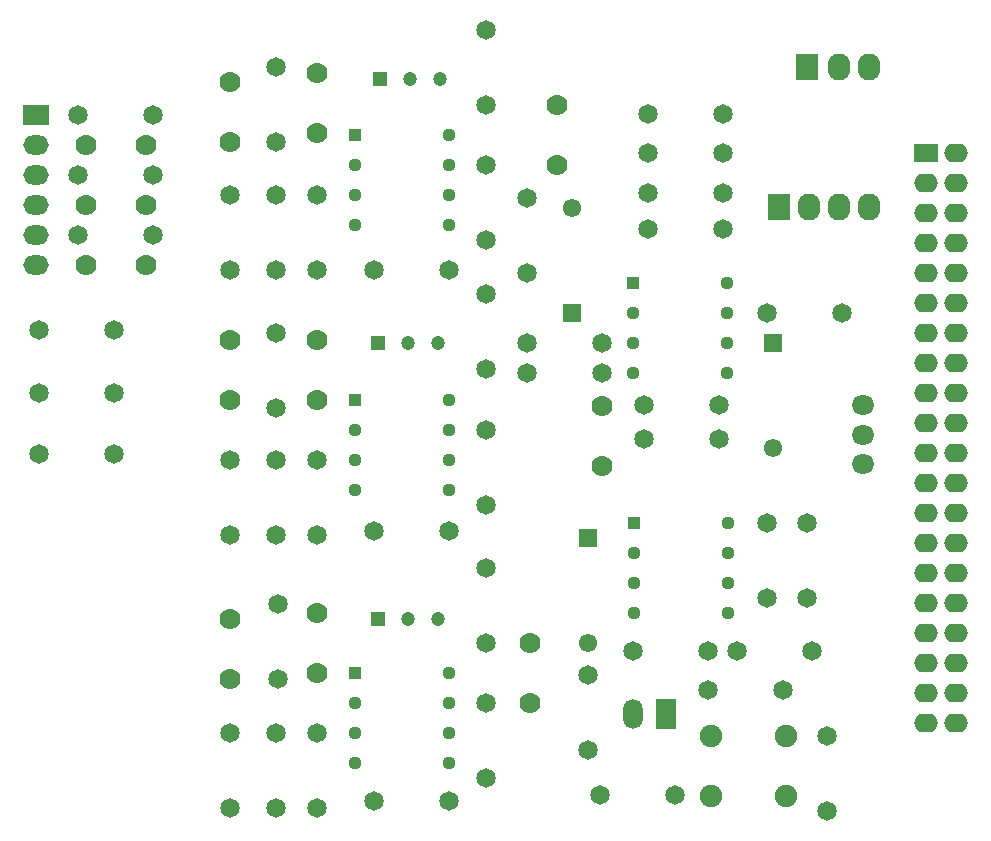
<source format=gbr>
%TF.GenerationSoftware,Altium Limited,Altium Designer,23.3.1 (30)*%
G04 Layer_Color=255*
%FSLAX26Y26*%
%MOIN*%
%TF.SameCoordinates,8F501EFE-F143-482A-9327-88418F9FCBED*%
%TF.FilePolarity,Positive*%
%TF.FileFunction,Pads,Bot*%
%TF.Part,Single*%
G01*
G75*
%TA.AperFunction,ComponentPad*%
%ADD13O,0.075000X0.090000*%
%ADD14R,0.075000X0.090000*%
%ADD15C,0.070000*%
%ADD16C,0.065000*%
%ADD17R,0.044488X0.044488*%
%ADD18C,0.044488*%
%ADD19O,0.065000X0.100000*%
%ADD20R,0.065000X0.100000*%
%ADD21C,0.075000*%
%ADD22O,0.075000X0.065000*%
%ADD23C,0.061024*%
%ADD24R,0.061024X0.061024*%
%ADD25R,0.047244X0.047244*%
%ADD26C,0.047244*%
%ADD27O,0.085000X0.065000*%
%ADD28R,0.085000X0.065000*%
%ADD29R,0.078740X0.062992*%
%ADD30O,0.078740X0.062992*%
D13*
X3010000Y2670000D02*
D03*
X2910000D02*
D03*
X2810000Y2205000D02*
D03*
X2910000D02*
D03*
X3010000D02*
D03*
D14*
X2805000Y2670000D02*
D03*
X2710000Y2205000D02*
D03*
D15*
X2120000Y1340000D02*
D03*
Y1540000D02*
D03*
X880000Y1561500D02*
D03*
Y1761500D02*
D03*
X1170000Y650000D02*
D03*
Y850000D02*
D03*
X880000Y630000D02*
D03*
Y830000D02*
D03*
X1970000Y2545000D02*
D03*
Y2345000D02*
D03*
X1170000Y2450000D02*
D03*
Y2650000D02*
D03*
X880000Y2420000D02*
D03*
Y2620000D02*
D03*
X1170000Y1761500D02*
D03*
Y1561500D02*
D03*
X600000Y2010000D02*
D03*
X400000D02*
D03*
X600000Y2210000D02*
D03*
X400000D02*
D03*
X600000Y2410000D02*
D03*
X400000D02*
D03*
X1880000Y550000D02*
D03*
Y750000D02*
D03*
D16*
X1735000Y1915000D02*
D03*
Y1665000D02*
D03*
X880000Y1111500D02*
D03*
Y1361500D02*
D03*
X1035000Y1535000D02*
D03*
Y1785000D02*
D03*
Y200000D02*
D03*
Y450000D02*
D03*
X880000Y200000D02*
D03*
Y450000D02*
D03*
X1040000Y630000D02*
D03*
Y880000D02*
D03*
X1735000Y1000000D02*
D03*
Y750000D02*
D03*
Y550000D02*
D03*
Y300000D02*
D03*
X2723701Y595000D02*
D03*
X2473701D02*
D03*
X2223701Y725000D02*
D03*
X2473701D02*
D03*
X2075000Y645000D02*
D03*
Y395000D02*
D03*
X2365000Y245000D02*
D03*
X2115000D02*
D03*
X2870000Y440000D02*
D03*
Y190000D02*
D03*
X2670000Y1150000D02*
D03*
Y900000D02*
D03*
X2805000Y1150000D02*
D03*
Y900000D02*
D03*
X2525000Y2515000D02*
D03*
X2275000D02*
D03*
X2525000Y2385000D02*
D03*
X2275000D02*
D03*
Y2250000D02*
D03*
X2525000D02*
D03*
X2275000Y2130000D02*
D03*
X2525000D02*
D03*
X1870000Y2235000D02*
D03*
Y1985000D02*
D03*
X1735000Y2345000D02*
D03*
Y2095000D02*
D03*
X880000Y1995000D02*
D03*
Y2245000D02*
D03*
X1735000Y2795000D02*
D03*
Y2545000D02*
D03*
X2920000Y1850000D02*
D03*
X2670000D02*
D03*
X495000Y1380000D02*
D03*
X245000D02*
D03*
X1170000Y450000D02*
D03*
Y200000D02*
D03*
X2510000Y1430000D02*
D03*
X2260000D02*
D03*
X1035000Y1361500D02*
D03*
Y1111500D02*
D03*
X1361299Y1125000D02*
D03*
X1611299D02*
D03*
X2260000Y1545000D02*
D03*
X2510000D02*
D03*
X1870000Y1650000D02*
D03*
X2120000D02*
D03*
X1870000Y1750000D02*
D03*
X2120000D02*
D03*
X1170000Y1361500D02*
D03*
Y1111500D02*
D03*
X1035000Y2670000D02*
D03*
Y2420000D02*
D03*
X1361299Y1995000D02*
D03*
X1611299D02*
D03*
X1035000Y2245000D02*
D03*
Y1995000D02*
D03*
X1170000Y2245000D02*
D03*
Y1995000D02*
D03*
X375000Y2110000D02*
D03*
X625000D02*
D03*
X375000Y2310000D02*
D03*
X625000D02*
D03*
X375000Y2510000D02*
D03*
X625000D02*
D03*
X1735000Y1211500D02*
D03*
Y1461500D02*
D03*
X495000Y1585000D02*
D03*
X245000D02*
D03*
X1361299Y225000D02*
D03*
X1611299D02*
D03*
X495000Y1795000D02*
D03*
X245000D02*
D03*
X2820000Y725000D02*
D03*
X2570000D02*
D03*
D17*
X2228701Y1150000D02*
D03*
X2223701Y1950000D02*
D03*
X1298701Y650000D02*
D03*
Y1561500D02*
D03*
Y2445000D02*
D03*
D18*
X2228701Y1050000D02*
D03*
Y950000D02*
D03*
Y850000D02*
D03*
X2541299D02*
D03*
Y950000D02*
D03*
Y1050000D02*
D03*
Y1150000D02*
D03*
X2223701Y1850000D02*
D03*
Y1750000D02*
D03*
Y1650000D02*
D03*
X2536299D02*
D03*
Y1750000D02*
D03*
Y1850000D02*
D03*
Y1950000D02*
D03*
X1611299Y650000D02*
D03*
Y550000D02*
D03*
Y450000D02*
D03*
Y350000D02*
D03*
X1298701D02*
D03*
Y450000D02*
D03*
Y550000D02*
D03*
X1611299Y1561500D02*
D03*
Y1461500D02*
D03*
Y1361500D02*
D03*
Y1261500D02*
D03*
X1298701D02*
D03*
Y1361500D02*
D03*
Y1461500D02*
D03*
X1611299Y2445000D02*
D03*
Y2345000D02*
D03*
Y2245000D02*
D03*
Y2145000D02*
D03*
X1298701D02*
D03*
Y2245000D02*
D03*
Y2345000D02*
D03*
D19*
X2225000Y515000D02*
D03*
D20*
X2335000D02*
D03*
D21*
X2485000Y440000D02*
D03*
X2735000Y240000D02*
D03*
Y440000D02*
D03*
X2485000Y240000D02*
D03*
D22*
X2990000Y1346000D02*
D03*
Y1444000D02*
D03*
Y1545000D02*
D03*
D23*
X2690000Y1400197D02*
D03*
X2020000Y2199606D02*
D03*
X2075000Y750000D02*
D03*
D24*
X2690000Y1749803D02*
D03*
X2020000Y1850000D02*
D03*
X2075000Y1099606D02*
D03*
D25*
X1380000Y2630000D02*
D03*
X1375000Y830000D02*
D03*
Y1750000D02*
D03*
D26*
X1480000Y2630000D02*
D03*
X1580000D02*
D03*
X1575000Y830000D02*
D03*
X1475000D02*
D03*
X1575000Y1750000D02*
D03*
X1475000D02*
D03*
D27*
X235000Y2110000D02*
D03*
Y2410000D02*
D03*
Y2310000D02*
D03*
Y2210000D02*
D03*
Y2010000D02*
D03*
D28*
Y2510000D02*
D03*
D29*
X3200000Y2385000D02*
D03*
D30*
X3300000D02*
D03*
X3200000Y2285000D02*
D03*
X3300000D02*
D03*
X3200000Y2185000D02*
D03*
X3300000D02*
D03*
X3200000Y2085000D02*
D03*
X3300000D02*
D03*
X3200000Y1985000D02*
D03*
X3300000D02*
D03*
X3200000Y1885000D02*
D03*
X3300000D02*
D03*
X3200000Y1785000D02*
D03*
X3300000D02*
D03*
X3200000Y1685000D02*
D03*
X3300000D02*
D03*
X3200000Y1585000D02*
D03*
X3300000D02*
D03*
X3200000Y1485000D02*
D03*
X3300000D02*
D03*
X3200000Y1385000D02*
D03*
X3300000D02*
D03*
X3200000Y1285000D02*
D03*
X3300000D02*
D03*
X3200000Y1185000D02*
D03*
X3300000D02*
D03*
X3200000Y1085000D02*
D03*
X3300000D02*
D03*
X3200000Y985000D02*
D03*
X3300000D02*
D03*
X3200000Y885000D02*
D03*
X3300000D02*
D03*
X3200000Y785000D02*
D03*
X3300000D02*
D03*
X3200000Y685000D02*
D03*
X3300000D02*
D03*
X3200000Y585000D02*
D03*
X3300000D02*
D03*
X3200000Y485000D02*
D03*
X3300000D02*
D03*
%TF.MD5,fd8b50e40078c1ef8829a818ce42d04b*%
M02*

</source>
